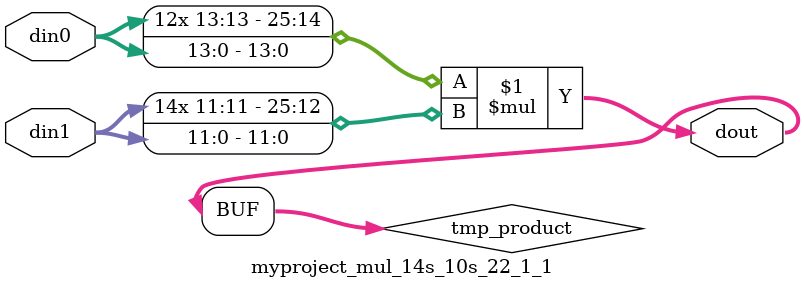
<source format=v>

`timescale 1 ns / 1 ps

 module myproject_mul_14s_10s_22_1_1(din0, din1, dout);
parameter ID = 1;
parameter NUM_STAGE = 0;
parameter din0_WIDTH = 14;
parameter din1_WIDTH = 12;
parameter dout_WIDTH = 26;

input [din0_WIDTH - 1 : 0] din0; 
input [din1_WIDTH - 1 : 0] din1; 
output [dout_WIDTH - 1 : 0] dout;

wire signed [dout_WIDTH - 1 : 0] tmp_product;



























assign tmp_product = $signed(din0) * $signed(din1);








assign dout = tmp_product;





















endmodule

</source>
